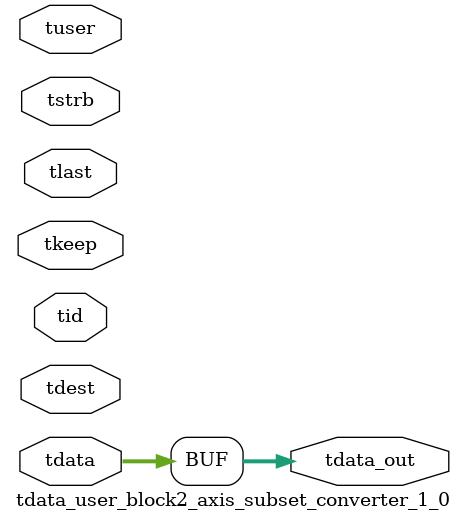
<source format=v>


`timescale 1ps/1ps

module tdata_user_block2_axis_subset_converter_1_0 #
(
parameter C_S_AXIS_TDATA_WIDTH = 32,
parameter C_S_AXIS_TUSER_WIDTH = 0,
parameter C_S_AXIS_TID_WIDTH   = 0,
parameter C_S_AXIS_TDEST_WIDTH = 0,
parameter C_M_AXIS_TDATA_WIDTH = 32
)
(
input  [(C_S_AXIS_TDATA_WIDTH == 0 ? 1 : C_S_AXIS_TDATA_WIDTH)-1:0     ] tdata,
input  [(C_S_AXIS_TUSER_WIDTH == 0 ? 1 : C_S_AXIS_TUSER_WIDTH)-1:0     ] tuser,
input  [(C_S_AXIS_TID_WIDTH   == 0 ? 1 : C_S_AXIS_TID_WIDTH)-1:0       ] tid,
input  [(C_S_AXIS_TDEST_WIDTH == 0 ? 1 : C_S_AXIS_TDEST_WIDTH)-1:0     ] tdest,
input  [(C_S_AXIS_TDATA_WIDTH/8)-1:0 ] tkeep,
input  [(C_S_AXIS_TDATA_WIDTH/8)-1:0 ] tstrb,
input                                                                    tlast,
output [C_M_AXIS_TDATA_WIDTH-1:0] tdata_out
);

assign tdata_out = {tdata[31:0]};

endmodule


</source>
